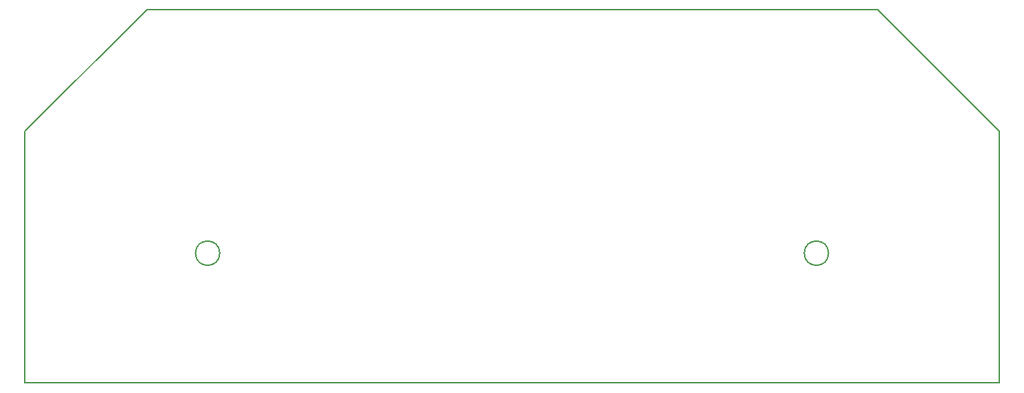
<source format=gbr>
G04 #@! TF.FileFunction,Profile,NP*
%FSLAX46Y46*%
G04 Gerber Fmt 4.6, Leading zero omitted, Abs format (unit mm)*
G04 Created by KiCad (PCBNEW 4.0.7-e2-6376~61~ubuntu18.04.1) date Mon Jul 16 18:25:42 2018*
%MOMM*%
%LPD*%
G01*
G04 APERTURE LIST*
%ADD10C,0.100000*%
%ADD11C,0.150000*%
G04 APERTURE END LIST*
D10*
D11*
X-120000000Y-15000000D02*
X-120000000Y-46000000D01*
X-105000000Y0D02*
X-120000000Y-15000000D01*
X-15000000Y0D02*
X-105000000Y0D01*
X0Y-15000000D02*
X-15000000Y0D01*
X0Y-15000000D02*
X0Y-46000000D01*
X-120000000Y-46000000D02*
X0Y-46000000D01*
X-96000000Y-30000000D02*
G75*
G03X-96000000Y-30000000I-1500000J0D01*
G01*
X-21000000Y-30000000D02*
G75*
G03X-21000000Y-30000000I-1500000J0D01*
G01*
M02*

</source>
